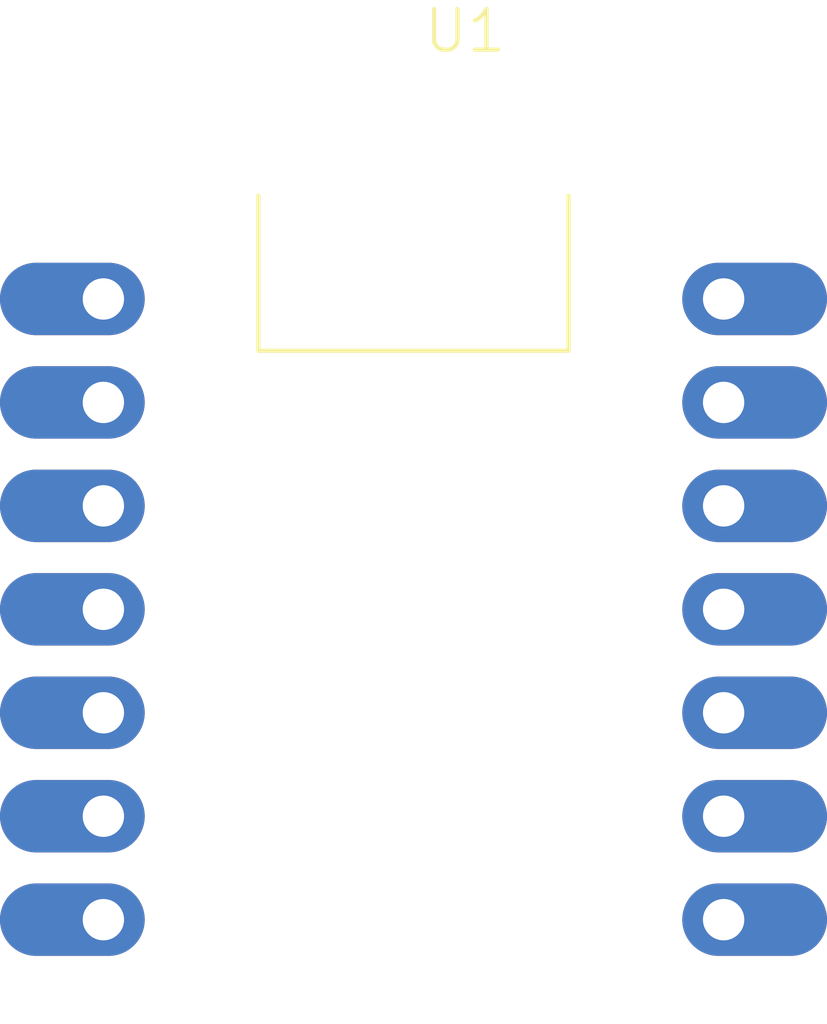
<source format=kicad_pcb>
(kicad_pcb (version 20221018) (generator pcbnew)
  (layers (0 "F.Cu" signal) (31 "B.Cu" signal) (34 "B.Paste" user) (35 "F.Paste" user) (36 "B.SilkS" user "B.Silkscreen") (37 "F.SilkS" user "F.Silkscreen") (38 "B.Mask" user) (39 "F.Mask" user) (44 "Edge.Cuts" user))
  (net 0 "")
  (footprint "ESP32:XIAO_ESP32_SENSE" (layer "F.Cu") (at 139.7 99.06)
    (fp_text reference "U1" (at 1.27 -14.2 unlocked) (layer "F.SilkS") (effects (font (thickness 0.1))))
    (fp_text value "~")
    (fp_line (start -3.81 -10.16) (end -3.81 -6.35) (stroke (width 0.1)) (layer "F.SilkS"))
    (fp_line (start -3.81 -6.35) (end 3.81 -6.35) (stroke (width 0.1)) (layer "F.SilkS"))
    (fp_line (start 3.81 -6.35) (end 3.81 -10.16) (stroke (width 0.1)) (layer "F.SilkS"))
    (pad "1" thru_hole oval (at -7.62 -7.62) (size 3.556 1.778) (drill 1.016 (offset -0.762 0)) (layers "*.Cu" "*.Mask"))
    (pad "2" thru_hole oval (at -7.62 -5.08) (size 3.556 1.778) (drill 1.016 (offset -0.762 0)) (layers "*.Cu" "*.Mask"))
    (pad "3" thru_hole oval (at -7.62 -2.54) (size 3.556 1.778) (drill 1.016 (offset -0.762 0)) (layers "*.Cu" "*.Mask"))
    (pad "4" thru_hole oval (at -7.62 0) (size 3.556 1.778) (drill 1.016 (offset -0.762 0)) (layers "*.Cu" "*.Mask"))
    (pad "5" thru_hole oval (at -7.62 2.54) (size 3.556 1.778) (drill 1.016 (offset -0.762 0)) (layers "*.Cu" "*.Mask"))
    (pad "6" thru_hole oval (at -7.62 5.08) (size 3.556 1.778) (drill 1.016 (offset -0.762 0)) (layers "*.Cu" "*.Mask"))
    (pad "7" thru_hole oval (at -7.62 7.62) (size 3.556 1.778) (drill 1.016 (offset -0.762 0)) (layers "*.Cu" "*.Mask"))
    (pad "8" thru_hole oval (at 7.62 -7.62) (size 3.556 1.778) (drill 1.016 (offset 0.762 0)) (layers "*.Cu" "*.Mask"))
    (pad "9" thru_hole oval (at 7.62 -5.08) (size 3.556 1.778) (drill 1.016 (offset 0.762 0)) (layers "*.Cu" "*.Mask"))
    (pad "10" thru_hole oval (at 7.62 -2.54) (size 3.556 1.778) (drill 1.016 (offset 0.762 0)) (layers "*.Cu" "*.Mask"))
    (pad "11" thru_hole oval (at 7.62 0) (size 3.556 1.778) (drill 1.016 (offset 0.762 0)) (layers "*.Cu" "*.Mask"))
    (pad "12" thru_hole oval (at 7.62 2.54) (size 3.556 1.778) (drill 1.016 (offset 0.762 0)) (layers "*.Cu" "*.Mask"))
    (pad "13" thru_hole oval (at 7.62 5.08) (size 3.556 1.778) (drill 1.016 (offset 0.762 0)) (layers "*.Cu" "*.Mask"))
    (pad "14" thru_hole oval (at 7.62 7.62) (size 3.556 1.778) (drill 1.016 (offset 0.762 0)) (layers "*.Cu" "*.Mask"))
  )
)
</source>
